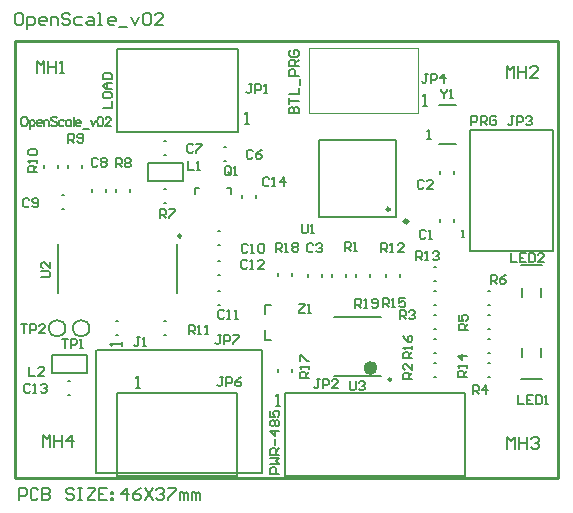
<source format=gto>
%FSLAX43Y43*%
%MOMM*%
G71*
G01*
G75*
G04 Layer_Color=65535*
%ADD10R,0.700X1.200*%
%ADD11R,2.050X0.700*%
%ADD12R,2.050X0.500*%
%ADD13O,1.500X0.600*%
%ADD14R,1.500X0.600*%
%ADD15R,1.800X1.300*%
%ADD16O,0.600X1.500*%
%ADD17R,0.600X1.500*%
%ADD18R,0.450X1.075*%
%ADD19R,1.075X0.450*%
%ADD20C,1.000*%
%ADD21R,1.400X1.000*%
%ADD22R,1.000X1.400*%
%ADD23R,1.400X1.000*%
%ADD24R,1.000X1.400*%
%ADD25C,1.000*%
%ADD26C,0.305*%
%ADD27C,0.300*%
%ADD28C,0.500*%
%ADD29C,0.200*%
%ADD30C,0.254*%
%ADD31O,0.900X1.200*%
%ADD32R,0.900X1.200*%
%ADD33C,1.800*%
%ADD34R,1.800X1.800*%
%ADD35R,1.800X1.800*%
%ADD36C,3.000*%
%ADD37C,2.000*%
%ADD38R,2.000X2.000*%
%ADD39C,0.800*%
%ADD40C,0.600*%
%ADD41C,0.250*%
%ADD42C,0.150*%
%ADD43C,0.100*%
%ADD44C,0.152*%
D27*
X32951Y21737D02*
G03*
X32951Y21743I144J6D01*
G01*
D29*
X35851Y31647D02*
X37301D01*
X35851Y28297D02*
X37301D01*
X26956Y13676D02*
X30956D01*
X26956Y8676D02*
X30956D01*
X42788Y18048D02*
X44588D01*
X42888Y15348D02*
Y16148D01*
X44488Y15348D02*
Y16148D01*
X42788Y8368D02*
X44588D01*
X44488Y10268D02*
Y11068D01*
X42888Y10268D02*
Y11068D01*
X13686Y15730D02*
Y19830D01*
X3586Y15730D02*
Y19830D01*
X32206Y22150D02*
Y28650D01*
X25706Y22150D02*
X32206D01*
X25706D02*
Y28650D01*
X32206D01*
X19212Y23776D02*
Y23976D01*
X20412Y23776D02*
Y23976D01*
X30064Y17080D02*
Y17280D01*
X28864Y17080D02*
Y17280D01*
X23460Y17172D02*
Y17372D01*
X22260Y17172D02*
Y17372D01*
Y9044D02*
Y9244D01*
X23460Y9044D02*
Y9244D01*
X35460Y10576D02*
X35660D01*
X35460Y11776D02*
X35660D01*
X35460Y15840D02*
X35660D01*
X35460Y14640D02*
X35660D01*
X40032Y11776D02*
X40232D01*
X40032Y10576D02*
X40232D01*
X35460Y16672D02*
X35660D01*
X35460Y17872D02*
X35660D01*
X32604Y17080D02*
Y17280D01*
X31404Y17080D02*
Y17280D01*
X12600Y13300D02*
X12800D01*
X12600Y12100D02*
X12800D01*
X3648Y26316D02*
Y26516D01*
X2448Y26316D02*
Y26516D01*
X4480Y26316D02*
Y26516D01*
X5680Y26316D02*
Y26516D01*
X8544Y24284D02*
Y24484D01*
X9744Y24284D02*
Y24484D01*
X12600Y24476D02*
X12800D01*
X12600Y23276D02*
X12800D01*
X40032Y15840D02*
X40232D01*
X40032Y14640D02*
X40232D01*
X40032Y12608D02*
X40232D01*
X40032Y13808D02*
X40232D01*
X40032Y8544D02*
X40232D01*
X40032Y9744D02*
X40232D01*
X35460Y13808D02*
X35660D01*
X35460Y12608D02*
X35660D01*
X35460Y8544D02*
X35660D01*
X35460Y9744D02*
X35660D01*
X28032Y17080D02*
Y17280D01*
X26832Y17080D02*
Y17280D01*
X8536Y13300D02*
X8736D01*
X8536Y12100D02*
X8736D01*
X4472Y8220D02*
X4672D01*
X4472Y7020D02*
X4672D01*
X17172Y18380D02*
X17372D01*
X17172Y17180D02*
X17372D01*
X17172Y14640D02*
X17372D01*
X17172Y15840D02*
X17372D01*
X17172Y20920D02*
X17372D01*
X17172Y19720D02*
X17372D01*
X3964Y23968D02*
X4164D01*
X3964Y22768D02*
X4164D01*
X7712Y24284D02*
Y24484D01*
X6512Y24284D02*
Y24484D01*
X12600Y28540D02*
X12800D01*
X12600Y27340D02*
X12800D01*
X17680Y28032D02*
X17880D01*
X17680Y26832D02*
X17880D01*
X26000Y17080D02*
Y17280D01*
X24800Y17080D02*
Y17280D01*
X35976Y25808D02*
Y26008D01*
X37176Y25808D02*
Y26008D01*
X35976Y21744D02*
Y21944D01*
X37176Y21744D02*
Y21944D01*
X21144Y11708D02*
X21644D01*
X21144D02*
Y12533D01*
Y14708D02*
X21644D01*
X21144Y13883D02*
Y14708D01*
X15264Y24076D02*
Y24576D01*
X15570D01*
X18264Y24076D02*
Y24576D01*
X17907D02*
X18264D01*
X8601Y7239D02*
X18801D01*
X8601Y196D02*
Y7239D01*
Y196D02*
X18801D01*
X18796D02*
Y7239D01*
X38481Y19269D02*
Y29469D01*
Y19269D02*
X45524D01*
Y29469D01*
X38481Y29464D02*
X45524D01*
X38100Y196D02*
Y7239D01*
X22860Y196D02*
X38105D01*
X22860D02*
Y7239D01*
X38105D01*
X6936Y452D02*
X20886D01*
Y10852D01*
X6936D02*
X20886D01*
X6886Y452D02*
Y10852D01*
X8636Y29337D02*
Y36380D01*
X8631D02*
X18831D01*
Y29337D02*
Y36380D01*
X8631Y29337D02*
X18831D01*
X300Y-1800D02*
Y-800D01*
X800D01*
X966Y-967D01*
Y-1300D01*
X800Y-1467D01*
X300D01*
X1966Y-967D02*
X1800Y-800D01*
X1466D01*
X1300Y-967D01*
Y-1633D01*
X1466Y-1800D01*
X1800D01*
X1966Y-1633D01*
X2299Y-800D02*
Y-1800D01*
X2799D01*
X2966Y-1633D01*
Y-1467D01*
X2799Y-1300D01*
X2299D01*
X2799D01*
X2966Y-1134D01*
Y-967D01*
X2799Y-800D01*
X2299D01*
X4965Y-967D02*
X4799Y-800D01*
X4465D01*
X4299Y-967D01*
Y-1134D01*
X4465Y-1300D01*
X4799D01*
X4965Y-1467D01*
Y-1633D01*
X4799Y-1800D01*
X4465D01*
X4299Y-1633D01*
X5298Y-800D02*
X5632D01*
X5465D01*
Y-1800D01*
X5298D01*
X5632D01*
X6131Y-800D02*
X6798D01*
Y-967D01*
X6131Y-1633D01*
Y-1800D01*
X6798D01*
X7798Y-800D02*
X7131D01*
Y-1800D01*
X7798D01*
X7131Y-1300D02*
X7464D01*
X8131Y-1134D02*
X8297D01*
Y-1300D01*
X8131D01*
Y-1134D01*
Y-1633D02*
X8297D01*
Y-1800D01*
X8131D01*
Y-1633D01*
X9464Y-1800D02*
Y-800D01*
X8964Y-1300D01*
X9630D01*
X10630Y-800D02*
X10297Y-967D01*
X9964Y-1300D01*
Y-1633D01*
X10130Y-1800D01*
X10463D01*
X10630Y-1633D01*
Y-1467D01*
X10463Y-1300D01*
X9964D01*
X10963Y-800D02*
X11630Y-1800D01*
Y-800D02*
X10963Y-1800D01*
X11963Y-967D02*
X12130Y-800D01*
X12463D01*
X12629Y-967D01*
Y-1134D01*
X12463Y-1300D01*
X12296D01*
X12463D01*
X12629Y-1467D01*
Y-1633D01*
X12463Y-1800D01*
X12130D01*
X11963Y-1633D01*
X12963Y-800D02*
X13629D01*
Y-967D01*
X12963Y-1633D01*
Y-1800D01*
X13962D02*
Y-1134D01*
X14129D01*
X14295Y-1300D01*
Y-1800D01*
Y-1300D01*
X14462Y-1134D01*
X14629Y-1300D01*
Y-1800D01*
X14962D02*
Y-1134D01*
X15129D01*
X15295Y-1300D01*
Y-1800D01*
Y-1300D01*
X15462Y-1134D01*
X15628Y-1300D01*
Y-1800D01*
X500Y39400D02*
X167D01*
X0Y39233D01*
Y38567D01*
X167Y38400D01*
X500D01*
X666Y38567D01*
Y39233D01*
X500Y39400D01*
X1000Y38067D02*
Y39066D01*
X1500D01*
X1666Y38900D01*
Y38567D01*
X1500Y38400D01*
X1000D01*
X2499D02*
X2166D01*
X1999Y38567D01*
Y38900D01*
X2166Y39066D01*
X2499D01*
X2666Y38900D01*
Y38733D01*
X1999D01*
X2999Y38400D02*
Y39066D01*
X3499D01*
X3665Y38900D01*
Y38400D01*
X4665Y39233D02*
X4499Y39400D01*
X4165D01*
X3999Y39233D01*
Y39066D01*
X4165Y38900D01*
X4499D01*
X4665Y38733D01*
Y38567D01*
X4499Y38400D01*
X4165D01*
X3999Y38567D01*
X5665Y39066D02*
X5165D01*
X4998Y38900D01*
Y38567D01*
X5165Y38400D01*
X5665D01*
X6165Y39066D02*
X6498D01*
X6665Y38900D01*
Y38400D01*
X6165D01*
X5998Y38567D01*
X6165Y38733D01*
X6665D01*
X6998Y38400D02*
X7331D01*
X7164D01*
Y39400D01*
X6998D01*
X8331Y38400D02*
X7997D01*
X7831Y38567D01*
Y38900D01*
X7997Y39066D01*
X8331D01*
X8497Y38900D01*
Y38733D01*
X7831D01*
X8830Y38233D02*
X9497D01*
X9830Y39066D02*
X10163Y38400D01*
X10497Y39066D01*
X10830Y39233D02*
X10996Y39400D01*
X11330D01*
X11496Y39233D01*
Y38567D01*
X11330Y38400D01*
X10996D01*
X10830Y38567D01*
Y39233D01*
X12496Y38400D02*
X11830D01*
X12496Y39066D01*
Y39233D01*
X12329Y39400D01*
X11996D01*
X11830Y39233D01*
X1812Y34314D02*
Y35314D01*
X2146Y34980D01*
X2479Y35314D01*
Y34314D01*
X2812Y35314D02*
Y34314D01*
Y34814D01*
X3479D01*
Y35314D01*
Y34314D01*
X3812D02*
X4145D01*
X3978D01*
Y35314D01*
X3812Y35147D01*
X41600Y33900D02*
Y34900D01*
X41933Y34566D01*
X42266Y34900D01*
Y33900D01*
X42600Y34900D02*
Y33900D01*
Y34400D01*
X43266D01*
Y34900D01*
Y33900D01*
X44266D02*
X43599D01*
X44266Y34566D01*
Y34733D01*
X44099Y34900D01*
X43766D01*
X43599Y34733D01*
X41650Y2500D02*
Y3500D01*
X41983Y3166D01*
X42316Y3500D01*
Y2500D01*
X42650Y3500D02*
Y2500D01*
Y3000D01*
X43316D01*
Y3500D01*
Y2500D01*
X43649Y3333D02*
X43816Y3500D01*
X44149D01*
X44316Y3333D01*
Y3166D01*
X44149Y3000D01*
X43983D01*
X44149D01*
X44316Y2833D01*
Y2667D01*
X44149Y2500D01*
X43816D01*
X43649Y2667D01*
X2325Y2650D02*
Y3650D01*
X2658Y3316D01*
X2991Y3650D01*
Y2650D01*
X3325Y3650D02*
Y2650D01*
Y3150D01*
X3991D01*
Y3650D01*
Y2650D01*
X4824D02*
Y3650D01*
X4324Y3150D01*
X4991D01*
X23200Y30900D02*
X24000D01*
Y31300D01*
X23867Y31433D01*
X23733D01*
X23600Y31300D01*
Y30900D01*
Y31300D01*
X23467Y31433D01*
X23334D01*
X23200Y31300D01*
Y30900D01*
Y31700D02*
Y32233D01*
Y31966D01*
X24000D01*
X23200Y32499D02*
X24000D01*
Y33033D01*
X24133Y33299D02*
Y33832D01*
X24000Y34099D02*
X23200D01*
Y34499D01*
X23334Y34632D01*
X23600D01*
X23733Y34499D01*
Y34099D01*
X24000Y34899D02*
X23200D01*
Y35299D01*
X23334Y35432D01*
X23600D01*
X23733Y35299D01*
Y34899D01*
Y35165D02*
X24000Y35432D01*
X23334Y36232D02*
X23200Y36098D01*
Y35832D01*
X23334Y35698D01*
X23867D01*
X24000Y35832D01*
Y36098D01*
X23867Y36232D01*
X23600D01*
Y35965D01*
X38600Y29900D02*
Y30700D01*
X39000D01*
X39133Y30566D01*
Y30300D01*
X39000Y30167D01*
X38600D01*
X39400Y29900D02*
Y30700D01*
X39800D01*
X39933Y30566D01*
Y30300D01*
X39800Y30167D01*
X39400D01*
X39666D02*
X39933Y29900D01*
X40733Y30566D02*
X40599Y30700D01*
X40333D01*
X40199Y30566D01*
Y30033D01*
X40333Y29900D01*
X40599D01*
X40733Y30033D01*
Y30300D01*
X40466D01*
X22375Y400D02*
X21575D01*
Y800D01*
X21709Y933D01*
X21975D01*
X22108Y800D01*
Y400D01*
X21575Y1200D02*
X22375D01*
X22108Y1466D01*
X22375Y1733D01*
X21575D01*
X22375Y1999D02*
X21575D01*
Y2399D01*
X21709Y2533D01*
X21975D01*
X22108Y2399D01*
Y1999D01*
Y2266D02*
X22375Y2533D01*
X21975Y2799D02*
Y3332D01*
X22375Y3999D02*
X21575D01*
X21975Y3599D01*
Y4132D01*
X21709Y4399D02*
X21575Y4532D01*
Y4799D01*
X21709Y4932D01*
X21842D01*
X21975Y4799D01*
X22108Y4932D01*
X22242D01*
X22375Y4799D01*
Y4532D01*
X22242Y4399D01*
X22108D01*
X21975Y4532D01*
X21842Y4399D01*
X21709D01*
X21975Y4532D02*
Y4799D01*
X21575Y5732D02*
Y5198D01*
X21975D01*
X21842Y5465D01*
Y5598D01*
X21975Y5732D01*
X22242D01*
X22375Y5598D01*
Y5332D01*
X22242Y5198D01*
X7400Y31375D02*
X8200D01*
Y31908D01*
X7400Y32575D02*
Y32308D01*
X7534Y32175D01*
X8067D01*
X8200Y32308D01*
Y32575D01*
X8067Y32708D01*
X7534D01*
X7400Y32575D01*
X8200Y32974D02*
X7667D01*
X7400Y33241D01*
X7667Y33508D01*
X8200D01*
X7800D01*
Y32974D01*
X7400Y33774D02*
X8200D01*
Y34174D01*
X8067Y34307D01*
X7534D01*
X7400Y34174D01*
Y33774D01*
D30*
X31724Y22783D02*
G03*
X31724Y22783I-146J0D01*
G01*
X0Y37000D02*
X46000D01*
Y0D02*
Y37000D01*
X0Y0D02*
X46000D01*
X0D02*
Y37000D01*
D40*
X30382Y9343D02*
G03*
X30382Y9343I-300J0D01*
G01*
D41*
X31815Y8370D02*
G03*
X31815Y8370I-100J0D01*
G01*
X14056Y20530D02*
G03*
X14056Y20530I-125J0D01*
G01*
D42*
X4256Y12700D02*
G03*
X4256Y12700I-700J0D01*
G01*
X6288D02*
G03*
X6288Y12700I-700J0D01*
G01*
X6052Y8919D02*
Y10397D01*
X3123Y10402D02*
X6056D01*
X3092Y8902D02*
X6052D01*
X3092Y8919D02*
Y10397D01*
X14180Y25163D02*
Y26641D01*
X11220Y26658D02*
X14180D01*
X11216Y25158D02*
X14149D01*
X11220Y25163D02*
Y26641D01*
X19500Y30000D02*
X19833D01*
X19667D01*
Y31000D01*
X19500Y30833D01*
X22050Y6125D02*
X22383D01*
X22217D01*
Y7125D01*
X22050Y6958D01*
X34904Y28732D02*
X35171D01*
X35037D01*
Y29532D01*
X34904Y29398D01*
X37800Y20400D02*
X38000D01*
X37900D01*
Y21000D01*
X37800Y20900D01*
X10200Y7642D02*
X10533D01*
X10367D01*
Y8642D01*
X10200Y8475D01*
X34500Y31500D02*
X34833D01*
X34667D01*
Y32500D01*
X34500Y32333D01*
X9050Y11225D02*
Y11558D01*
Y11392D01*
X8050D01*
X8217Y11225D01*
D43*
X34089Y30954D02*
Y36454D01*
X24839D02*
X34089D01*
X24839Y30954D02*
X34089D01*
X24839D02*
Y36454D01*
D44*
X17433Y12112D02*
X17179D01*
X17306D01*
Y11477D01*
X17179Y11350D01*
X17052D01*
X16925Y11477D01*
X17687Y11350D02*
Y12112D01*
X18068D01*
X18195Y11985D01*
Y11731D01*
X18068Y11604D01*
X17687D01*
X18449Y12112D02*
X18956D01*
Y11985D01*
X18449Y11477D01*
Y11350D01*
X34783Y20935D02*
X34656Y21062D01*
X34402D01*
X34275Y20935D01*
Y20427D01*
X34402Y20300D01*
X34656D01*
X34783Y20427D01*
X35037Y20300D02*
X35291D01*
X35164D01*
Y21062D01*
X35037Y20935D01*
X34608Y25160D02*
X34481Y25287D01*
X34227D01*
X34100Y25160D01*
Y24652D01*
X34227Y24525D01*
X34481D01*
X34608Y24652D01*
X35370Y24525D02*
X34862D01*
X35370Y25033D01*
Y25160D01*
X35243Y25287D01*
X34989D01*
X34862Y25160D01*
X25258Y19785D02*
X25131Y19912D01*
X24877D01*
X24750Y19785D01*
Y19277D01*
X24877Y19150D01*
X25131D01*
X25258Y19277D01*
X25512Y19785D02*
X25639Y19912D01*
X25893D01*
X26020Y19785D01*
Y19658D01*
X25893Y19531D01*
X25766D01*
X25893D01*
X26020Y19404D01*
Y19277D01*
X25893Y19150D01*
X25639D01*
X25512Y19277D01*
X20133Y27685D02*
X20006Y27812D01*
X19752D01*
X19625Y27685D01*
Y27177D01*
X19752Y27050D01*
X20006D01*
X20133Y27177D01*
X20895Y27812D02*
X20641Y27685D01*
X20387Y27431D01*
Y27177D01*
X20514Y27050D01*
X20768D01*
X20895Y27177D01*
Y27304D01*
X20768Y27431D01*
X20387D01*
X15083Y28210D02*
X14956Y28337D01*
X14702D01*
X14575Y28210D01*
Y27702D01*
X14702Y27575D01*
X14956D01*
X15083Y27702D01*
X15337Y28337D02*
X15845D01*
Y28210D01*
X15337Y27702D01*
Y27575D01*
X6983Y27010D02*
X6856Y27137D01*
X6602D01*
X6475Y27010D01*
Y26502D01*
X6602Y26375D01*
X6856D01*
X6983Y26502D01*
X7237Y27010D02*
X7364Y27137D01*
X7618D01*
X7745Y27010D01*
Y26883D01*
X7618Y26756D01*
X7745Y26629D01*
Y26502D01*
X7618Y26375D01*
X7364D01*
X7237Y26502D01*
Y26629D01*
X7364Y26756D01*
X7237Y26883D01*
Y27010D01*
X7364Y26756D02*
X7618D01*
X1183Y23585D02*
X1056Y23712D01*
X802D01*
X675Y23585D01*
Y23077D01*
X802Y22950D01*
X1056D01*
X1183Y23077D01*
X1437D02*
X1564Y22950D01*
X1818D01*
X1945Y23077D01*
Y23585D01*
X1818Y23712D01*
X1564D01*
X1437Y23585D01*
Y23458D01*
X1564Y23331D01*
X1945D01*
X19708Y19735D02*
X19581Y19862D01*
X19327D01*
X19200Y19735D01*
Y19227D01*
X19327Y19100D01*
X19581D01*
X19708Y19227D01*
X19962Y19100D02*
X20216D01*
X20089D01*
Y19862D01*
X19962Y19735D01*
X20597D02*
X20724Y19862D01*
X20977D01*
X21104Y19735D01*
Y19227D01*
X20977Y19100D01*
X20724D01*
X20597Y19227D01*
Y19735D01*
X17683Y14135D02*
X17556Y14262D01*
X17302D01*
X17175Y14135D01*
Y13627D01*
X17302Y13500D01*
X17556D01*
X17683Y13627D01*
X17937Y13500D02*
X18191D01*
X18064D01*
Y14262D01*
X17937Y14135D01*
X18572Y13500D02*
X18825D01*
X18699D01*
Y14262D01*
X18572Y14135D01*
X19658Y18385D02*
X19531Y18512D01*
X19277D01*
X19150Y18385D01*
Y17877D01*
X19277Y17750D01*
X19531D01*
X19658Y17877D01*
X19912Y17750D02*
X20166D01*
X20039D01*
Y18512D01*
X19912Y18385D01*
X21054Y17750D02*
X20547D01*
X21054Y18258D01*
Y18385D01*
X20927Y18512D01*
X20674D01*
X20547Y18385D01*
X1283Y7885D02*
X1156Y8012D01*
X902D01*
X775Y7885D01*
Y7377D01*
X902Y7250D01*
X1156D01*
X1283Y7377D01*
X1537Y7250D02*
X1791D01*
X1664D01*
Y8012D01*
X1537Y7885D01*
X2172D02*
X2299Y8012D01*
X2552D01*
X2679Y7885D01*
Y7758D01*
X2552Y7631D01*
X2425D01*
X2552D01*
X2679Y7504D01*
Y7377D01*
X2552Y7250D01*
X2299D01*
X2172Y7377D01*
X10533Y11962D02*
X10279D01*
X10406D01*
Y11327D01*
X10279Y11200D01*
X10152D01*
X10025Y11327D01*
X10787Y11200D02*
X11041D01*
X10914D01*
Y11962D01*
X10787Y11835D01*
X20058Y33362D02*
X19804D01*
X19931D01*
Y32727D01*
X19804Y32600D01*
X19677D01*
X19550Y32727D01*
X20312Y32600D02*
Y33362D01*
X20693D01*
X20820Y33235D01*
Y32981D01*
X20693Y32854D01*
X20312D01*
X21074Y32600D02*
X21327D01*
X21200D01*
Y33362D01*
X21074Y33235D01*
X25808Y8408D02*
X25554D01*
X25681D01*
Y7773D01*
X25554Y7646D01*
X25427D01*
X25300Y7773D01*
X26062Y7646D02*
Y8408D01*
X26443D01*
X26570Y8281D01*
Y8027D01*
X26443Y7900D01*
X26062D01*
X27331Y7646D02*
X26824D01*
X27331Y8154D01*
Y8281D01*
X27204Y8408D01*
X26950D01*
X26824Y8281D01*
X42208Y30662D02*
X41954D01*
X42081D01*
Y30027D01*
X41954Y29900D01*
X41827D01*
X41700Y30027D01*
X42462Y29900D02*
Y30662D01*
X42843D01*
X42970Y30535D01*
Y30281D01*
X42843Y30154D01*
X42462D01*
X43224Y30535D02*
X43350Y30662D01*
X43604D01*
X43731Y30535D01*
Y30408D01*
X43604Y30281D01*
X43477D01*
X43604D01*
X43731Y30154D01*
Y30027D01*
X43604Y29900D01*
X43350D01*
X43224Y30027D01*
X17608Y8562D02*
X17354D01*
X17481D01*
Y7927D01*
X17354Y7800D01*
X17227D01*
X17100Y7927D01*
X17862Y7800D02*
Y8562D01*
X18243D01*
X18370Y8435D01*
Y8181D01*
X18243Y8054D01*
X17862D01*
X19131Y8562D02*
X18877Y8435D01*
X18624Y8181D01*
Y7927D01*
X18750Y7800D01*
X19004D01*
X19131Y7927D01*
Y8054D01*
X19004Y8181D01*
X18624D01*
X14600Y26862D02*
Y26100D01*
X15108D01*
X15362D02*
X15616D01*
X15489D01*
Y26862D01*
X15362Y26735D01*
X1200Y9462D02*
Y8700D01*
X1708D01*
X2470D02*
X1962D01*
X2470Y9208D01*
Y9335D01*
X2343Y9462D01*
X2089D01*
X1962Y9335D01*
X42550Y7037D02*
Y6275D01*
X43058D01*
X43820Y7037D02*
X43312D01*
Y6275D01*
X43820D01*
X43312Y6656D02*
X43566D01*
X44074Y7037D02*
Y6275D01*
X44454D01*
X44581Y6402D01*
Y6910D01*
X44454Y7037D01*
X44074D01*
X44835Y6275D02*
X45089D01*
X44962D01*
Y7037D01*
X44835Y6910D01*
X41975Y19037D02*
Y18275D01*
X42483D01*
X43245Y19037D02*
X42737D01*
Y18275D01*
X43245D01*
X42737Y18656D02*
X42991D01*
X43499Y19037D02*
Y18275D01*
X43879D01*
X44006Y18402D01*
Y18910D01*
X43879Y19037D01*
X43499D01*
X44768Y18275D02*
X44260D01*
X44768Y18783D01*
Y18910D01*
X44641Y19037D01*
X44387D01*
X44260Y18910D01*
X18233Y25777D02*
Y26285D01*
X18106Y26412D01*
X17852D01*
X17725Y26285D01*
Y25777D01*
X17852Y25650D01*
X18106D01*
X17979Y25904D02*
X18233Y25650D01*
X18106D02*
X18233Y25777D01*
X18487Y25650D02*
X18741D01*
X18614D01*
Y26412D01*
X18487Y26285D01*
X27900Y19250D02*
Y20012D01*
X28281D01*
X28408Y19885D01*
Y19631D01*
X28281Y19504D01*
X27900D01*
X28154D02*
X28408Y19250D01*
X28662D02*
X28916D01*
X28789D01*
Y20012D01*
X28662Y19885D01*
X33600Y8425D02*
X32838D01*
Y8806D01*
X32965Y8933D01*
X33219D01*
X33346Y8806D01*
Y8425D01*
Y8679D02*
X33600Y8933D01*
Y9695D02*
Y9187D01*
X33092Y9695D01*
X32965D01*
X32838Y9568D01*
Y9314D01*
X32965Y9187D01*
X32550Y13450D02*
Y14212D01*
X32931D01*
X33058Y14085D01*
Y13831D01*
X32931Y13704D01*
X32550D01*
X32804D02*
X33058Y13450D01*
X33312Y14085D02*
X33439Y14212D01*
X33693D01*
X33820Y14085D01*
Y13958D01*
X33693Y13831D01*
X33566D01*
X33693D01*
X33820Y13704D01*
Y13577D01*
X33693Y13450D01*
X33439D01*
X33312Y13577D01*
X38725Y7125D02*
Y7887D01*
X39106D01*
X39233Y7760D01*
Y7506D01*
X39106Y7379D01*
X38725D01*
X38979D02*
X39233Y7125D01*
X39868D02*
Y7887D01*
X39487Y7506D01*
X39995D01*
X38300Y12575D02*
X37538D01*
Y12956D01*
X37665Y13083D01*
X37919D01*
X38046Y12956D01*
Y12575D01*
Y12829D02*
X38300Y13083D01*
X37538Y13845D02*
Y13337D01*
X37919D01*
X37792Y13591D01*
Y13718D01*
X37919Y13845D01*
X38173D01*
X38300Y13718D01*
Y13464D01*
X38173Y13337D01*
X40250Y16475D02*
Y17237D01*
X40631D01*
X40758Y17110D01*
Y16856D01*
X40631Y16729D01*
X40250D01*
X40504D02*
X40758Y16475D01*
X41520Y17237D02*
X41266Y17110D01*
X41012Y16856D01*
Y16602D01*
X41139Y16475D01*
X41393D01*
X41520Y16602D01*
Y16729D01*
X41393Y16856D01*
X41012D01*
X12250Y22025D02*
Y22787D01*
X12631D01*
X12758Y22660D01*
Y22406D01*
X12631Y22279D01*
X12250D01*
X12504D02*
X12758Y22025D01*
X13012Y22787D02*
X13520D01*
Y22660D01*
X13012Y22152D01*
Y22025D01*
X8500Y26350D02*
Y27112D01*
X8881D01*
X9008Y26985D01*
Y26731D01*
X8881Y26604D01*
X8500D01*
X8754D02*
X9008Y26350D01*
X9262Y26985D02*
X9389Y27112D01*
X9643D01*
X9770Y26985D01*
Y26858D01*
X9643Y26731D01*
X9770Y26604D01*
Y26477D01*
X9643Y26350D01*
X9389D01*
X9262Y26477D01*
Y26604D01*
X9389Y26731D01*
X9262Y26858D01*
Y26985D01*
X9389Y26731D02*
X9643D01*
X4475Y28400D02*
Y29162D01*
X4856D01*
X4983Y29035D01*
Y28781D01*
X4856Y28654D01*
X4475D01*
X4729D02*
X4983Y28400D01*
X5237Y28527D02*
X5364Y28400D01*
X5618D01*
X5745Y28527D01*
Y29035D01*
X5618Y29162D01*
X5364D01*
X5237Y29035D01*
Y28908D01*
X5364Y28781D01*
X5745D01*
X1875Y25950D02*
X1113D01*
Y26331D01*
X1240Y26458D01*
X1494D01*
X1621Y26331D01*
Y25950D01*
Y26204D02*
X1875Y26458D01*
Y26712D02*
Y26966D01*
Y26839D01*
X1113D01*
X1240Y26712D01*
Y27347D02*
X1113Y27474D01*
Y27727D01*
X1240Y27854D01*
X1748D01*
X1875Y27727D01*
Y27474D01*
X1748Y27347D01*
X1240D01*
X14700Y12200D02*
Y12962D01*
X15081D01*
X15208Y12835D01*
Y12581D01*
X15081Y12454D01*
X14700D01*
X14954D02*
X15208Y12200D01*
X15462D02*
X15716D01*
X15589D01*
Y12962D01*
X15462Y12835D01*
X16097Y12200D02*
X16350D01*
X16224D01*
Y12962D01*
X16097Y12835D01*
X31000Y19125D02*
Y19887D01*
X31381D01*
X31508Y19760D01*
Y19506D01*
X31381Y19379D01*
X31000D01*
X31254D02*
X31508Y19125D01*
X31762D02*
X32016D01*
X31889D01*
Y19887D01*
X31762Y19760D01*
X32904Y19125D02*
X32397D01*
X32904Y19633D01*
Y19760D01*
X32777Y19887D01*
X32524D01*
X32397Y19760D01*
X33975Y18450D02*
Y19212D01*
X34356D01*
X34483Y19085D01*
Y18831D01*
X34356Y18704D01*
X33975D01*
X34229D02*
X34483Y18450D01*
X34737D02*
X34991D01*
X34864D01*
Y19212D01*
X34737Y19085D01*
X35372D02*
X35499Y19212D01*
X35752D01*
X35879Y19085D01*
Y18958D01*
X35752Y18831D01*
X35625D01*
X35752D01*
X35879Y18704D01*
Y18577D01*
X35752Y18450D01*
X35499D01*
X35372Y18577D01*
X38225Y8600D02*
X37463D01*
Y8981D01*
X37590Y9108D01*
X37844D01*
X37971Y8981D01*
Y8600D01*
Y8854D02*
X38225Y9108D01*
Y9362D02*
Y9616D01*
Y9489D01*
X37463D01*
X37590Y9362D01*
X38225Y10377D02*
X37463D01*
X37844Y9997D01*
Y10504D01*
X31125Y14475D02*
Y15237D01*
X31506D01*
X31633Y15110D01*
Y14856D01*
X31506Y14729D01*
X31125D01*
X31379D02*
X31633Y14475D01*
X31887D02*
X32141D01*
X32014D01*
Y15237D01*
X31887Y15110D01*
X33029Y15237D02*
X32522D01*
Y14856D01*
X32775Y14983D01*
X32902D01*
X33029Y14856D01*
Y14602D01*
X32902Y14475D01*
X32649D01*
X32522Y14602D01*
X33625Y10150D02*
X32863D01*
Y10531D01*
X32990Y10658D01*
X33244D01*
X33371Y10531D01*
Y10150D01*
Y10404D02*
X33625Y10658D01*
Y10912D02*
Y11166D01*
Y11039D01*
X32863D01*
X32990Y10912D01*
X32863Y12054D02*
X32990Y11800D01*
X33244Y11547D01*
X33498D01*
X33625Y11674D01*
Y11927D01*
X33498Y12054D01*
X33371D01*
X33244Y11927D01*
Y11547D01*
X24850Y8525D02*
X24088D01*
Y8906D01*
X24215Y9033D01*
X24469D01*
X24596Y8906D01*
Y8525D01*
Y8779D02*
X24850Y9033D01*
Y9287D02*
Y9541D01*
Y9414D01*
X24088D01*
X24215Y9287D01*
X24088Y9922D02*
Y10429D01*
X24215D01*
X24723Y9922D01*
X24850D01*
X22075Y19200D02*
Y19962D01*
X22456D01*
X22583Y19835D01*
Y19581D01*
X22456Y19454D01*
X22075D01*
X22329D02*
X22583Y19200D01*
X22837D02*
X23091D01*
X22964D01*
Y19962D01*
X22837Y19835D01*
X23472D02*
X23599Y19962D01*
X23852D01*
X23979Y19835D01*
Y19708D01*
X23852Y19581D01*
X23979Y19454D01*
Y19327D01*
X23852Y19200D01*
X23599D01*
X23472Y19327D01*
Y19454D01*
X23599Y19581D01*
X23472Y19708D01*
Y19835D01*
X23599Y19581D02*
X23852D01*
X28775Y14450D02*
Y15212D01*
X29156D01*
X29283Y15085D01*
Y14831D01*
X29156Y14704D01*
X28775D01*
X29029D02*
X29283Y14450D01*
X29537D02*
X29791D01*
X29664D01*
Y15212D01*
X29537Y15085D01*
X30172Y14577D02*
X30299Y14450D01*
X30552D01*
X30679Y14577D01*
Y15085D01*
X30552Y15212D01*
X30299D01*
X30172Y15085D01*
Y14958D01*
X30299Y14831D01*
X30679D01*
X3950Y11812D02*
X4458D01*
X4204D01*
Y11050D01*
X4712D02*
Y11812D01*
X5093D01*
X5220Y11685D01*
Y11431D01*
X5093Y11304D01*
X4712D01*
X5474Y11050D02*
X5727D01*
X5600D01*
Y11812D01*
X5474Y11685D01*
X525Y13062D02*
X1033D01*
X779D01*
Y12300D01*
X1287D02*
Y13062D01*
X1668D01*
X1795Y12935D01*
Y12681D01*
X1668Y12554D01*
X1287D01*
X2556Y12300D02*
X2049D01*
X2556Y12808D01*
Y12935D01*
X2429Y13062D01*
X2175D01*
X2049Y12935D01*
X24275Y21512D02*
Y20877D01*
X24402Y20750D01*
X24656D01*
X24783Y20877D01*
Y21512D01*
X25037Y20750D02*
X25291D01*
X25164D01*
Y21512D01*
X25037Y21385D01*
X2214Y17032D02*
X2849D01*
X2976Y17159D01*
Y17413D01*
X2849Y17540D01*
X2214D01*
X2976Y18302D02*
Y17794D01*
X2468Y18302D01*
X2341D01*
X2214Y18175D01*
Y17921D01*
X2341Y17794D01*
X28325Y8237D02*
Y7602D01*
X28452Y7475D01*
X28706D01*
X28833Y7602D01*
Y8237D01*
X29087Y8110D02*
X29214Y8237D01*
X29468D01*
X29595Y8110D01*
Y7983D01*
X29468Y7856D01*
X29341D01*
X29468D01*
X29595Y7729D01*
Y7602D01*
X29468Y7475D01*
X29214D01*
X29087Y7602D01*
X36025Y32937D02*
Y32810D01*
X36279Y32556D01*
X36533Y32810D01*
Y32937D01*
X36279Y32556D02*
Y32175D01*
X36787D02*
X37041D01*
X36914D01*
Y32937D01*
X36787Y32810D01*
X24000Y14762D02*
X24508D01*
Y14635D01*
X24000Y14127D01*
Y14000D01*
X24508D01*
X24762D02*
X25016D01*
X24889D01*
Y14762D01*
X24762Y14635D01*
X34933Y34237D02*
X34679D01*
X34806D01*
Y33602D01*
X34679Y33475D01*
X34552D01*
X34425Y33602D01*
X35187Y33475D02*
Y34237D01*
X35568D01*
X35695Y34110D01*
Y33856D01*
X35568Y33729D01*
X35187D01*
X36329Y33475D02*
Y34237D01*
X35949Y33856D01*
X36456D01*
X21508Y25385D02*
X21381Y25512D01*
X21127D01*
X21000Y25385D01*
Y24877D01*
X21127Y24750D01*
X21381D01*
X21508Y24877D01*
X21762Y24750D02*
X22016D01*
X21889D01*
Y25512D01*
X21762Y25385D01*
X22777Y24750D02*
Y25512D01*
X22397Y25131D01*
X22904D01*
X693Y30587D02*
X620Y30551D01*
X548Y30478D01*
X511Y30405D01*
X475Y30297D01*
Y30115D01*
X511Y30006D01*
X548Y29934D01*
X620Y29861D01*
X693Y29825D01*
X838D01*
X910Y29861D01*
X983Y29934D01*
X1019Y30006D01*
X1055Y30115D01*
Y30297D01*
X1019Y30405D01*
X983Y30478D01*
X910Y30551D01*
X838Y30587D01*
X693D01*
X1233Y30333D02*
Y29571D01*
Y30224D02*
X1306Y30297D01*
X1378Y30333D01*
X1487D01*
X1560Y30297D01*
X1632Y30224D01*
X1669Y30115D01*
Y30043D01*
X1632Y29934D01*
X1560Y29861D01*
X1487Y29825D01*
X1378D01*
X1306Y29861D01*
X1233Y29934D01*
X1832Y30115D02*
X2267D01*
Y30188D01*
X2231Y30260D01*
X2195Y30297D01*
X2122Y30333D01*
X2013D01*
X1941Y30297D01*
X1868Y30224D01*
X1832Y30115D01*
Y30043D01*
X1868Y29934D01*
X1941Y29861D01*
X2013Y29825D01*
X2122D01*
X2195Y29861D01*
X2267Y29934D01*
X2430Y30333D02*
Y29825D01*
Y30188D02*
X2539Y30297D01*
X2612Y30333D01*
X2721D01*
X2793Y30297D01*
X2829Y30188D01*
Y29825D01*
X3537Y30478D02*
X3464Y30551D01*
X3355Y30587D01*
X3210D01*
X3102Y30551D01*
X3029Y30478D01*
Y30405D01*
X3065Y30333D01*
X3102Y30297D01*
X3174Y30260D01*
X3392Y30188D01*
X3464Y30152D01*
X3501Y30115D01*
X3537Y30043D01*
Y29934D01*
X3464Y29861D01*
X3355Y29825D01*
X3210D01*
X3102Y29861D01*
X3029Y29934D01*
X4143Y30224D02*
X4070Y30297D01*
X3998Y30333D01*
X3889D01*
X3816Y30297D01*
X3744Y30224D01*
X3707Y30115D01*
Y30043D01*
X3744Y29934D01*
X3816Y29861D01*
X3889Y29825D01*
X3998D01*
X4070Y29861D01*
X4143Y29934D01*
X4741Y30333D02*
Y29825D01*
Y30224D02*
X4669Y30297D01*
X4596Y30333D01*
X4487D01*
X4415Y30297D01*
X4342Y30224D01*
X4306Y30115D01*
Y30043D01*
X4342Y29934D01*
X4415Y29861D01*
X4487Y29825D01*
X4596D01*
X4669Y29861D01*
X4741Y29934D01*
X4944Y30587D02*
Y29825D01*
X5104Y30115D02*
X5539D01*
Y30188D01*
X5503Y30260D01*
X5467Y30297D01*
X5394Y30333D01*
X5285D01*
X5213Y30297D01*
X5140Y30224D01*
X5104Y30115D01*
Y30043D01*
X5140Y29934D01*
X5213Y29861D01*
X5285Y29825D01*
X5394D01*
X5467Y29861D01*
X5539Y29934D01*
X5703Y29571D02*
X6283D01*
X6381Y30333D02*
X6599Y29825D01*
X6816Y30333D02*
X6599Y29825D01*
X7157Y30587D02*
X7049Y30551D01*
X6976Y30442D01*
X6940Y30260D01*
Y30152D01*
X6976Y29970D01*
X7049Y29861D01*
X7157Y29825D01*
X7230D01*
X7339Y29861D01*
X7411Y29970D01*
X7448Y30152D01*
Y30260D01*
X7411Y30442D01*
X7339Y30551D01*
X7230Y30587D01*
X7157D01*
X7654Y30405D02*
Y30442D01*
X7691Y30514D01*
X7727Y30551D01*
X7800Y30587D01*
X7945D01*
X8017Y30551D01*
X8053Y30514D01*
X8090Y30442D01*
Y30369D01*
X8053Y30297D01*
X7981Y30188D01*
X7618Y29825D01*
X8126D01*
M02*

</source>
